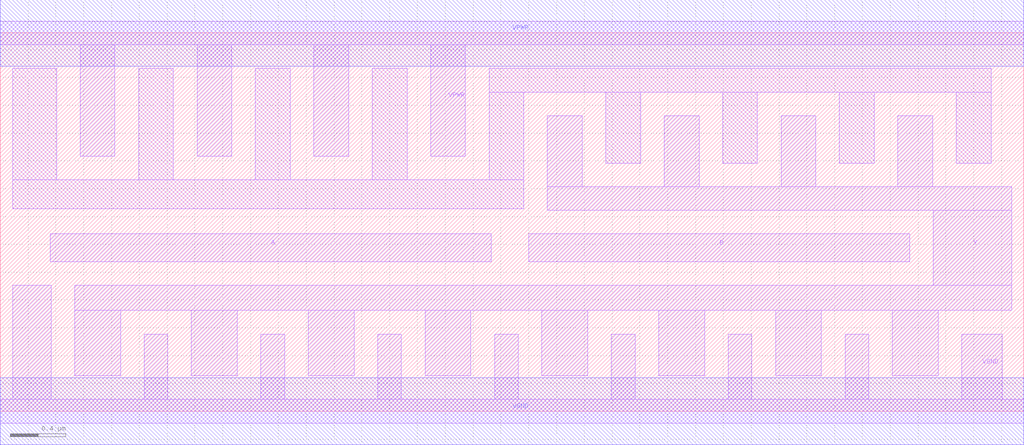
<source format=lef>
# Copyright 2020 The SkyWater PDK Authors
#
# Licensed under the Apache License, Version 2.0 (the "License");
# you may not use this file except in compliance with the License.
# You may obtain a copy of the License at
#
#     https://www.apache.org/licenses/LICENSE-2.0
#
# Unless required by applicable law or agreed to in writing, software
# distributed under the License is distributed on an "AS IS" BASIS,
# WITHOUT WARRANTIES OR CONDITIONS OF ANY KIND, either express or implied.
# See the License for the specific language governing permissions and
# limitations under the License.
#
# SPDX-License-Identifier: Apache-2.0

VERSION 5.5 ;
NAMESCASESENSITIVE ON ;
BUSBITCHARS "[]" ;
DIVIDERCHAR "/" ;
MACRO sky130_fd_sc_hd__nor2_8
  CLASS CORE ;
  SOURCE USER ;
  ORIGIN  0.000000  0.000000 ;
  SIZE  7.360000 BY  2.720000 ;
  SYMMETRY X Y R90 ;
  SITE unithd ;
  PIN A
    ANTENNAGATEAREA  1.980000 ;
    DIRECTION INPUT ;
    USE SIGNAL ;
    PORT
      LAYER li1 ;
        RECT 0.360000 1.075000 3.530000 1.275000 ;
    END
  END A
  PIN B
    ANTENNAGATEAREA  1.980000 ;
    DIRECTION INPUT ;
    USE SIGNAL ;
    PORT
      LAYER li1 ;
        RECT 3.800000 1.075000 6.540000 1.275000 ;
    END
  END B
  PIN Y
    ANTENNADIFFAREA  2.484000 ;
    DIRECTION OUTPUT ;
    USE SIGNAL ;
    PORT
      LAYER li1 ;
        RECT 0.535000 0.255000 0.865000 0.725000 ;
        RECT 0.535000 0.725000 7.275000 0.905000 ;
        RECT 1.375000 0.255000 1.705000 0.725000 ;
        RECT 2.215000 0.255000 2.545000 0.725000 ;
        RECT 3.055000 0.255000 3.385000 0.725000 ;
        RECT 3.895000 0.255000 4.225000 0.725000 ;
        RECT 3.935000 1.445000 7.275000 1.615000 ;
        RECT 3.935000 1.615000 4.185000 2.125000 ;
        RECT 4.735000 0.255000 5.065000 0.725000 ;
        RECT 4.775000 1.615000 5.025000 2.125000 ;
        RECT 5.575000 0.255000 5.905000 0.725000 ;
        RECT 5.615000 1.615000 5.865000 2.125000 ;
        RECT 6.415000 0.255000 6.745000 0.725000 ;
        RECT 6.455000 1.615000 6.705000 2.125000 ;
        RECT 6.710000 0.905000 7.275000 1.445000 ;
    END
  END Y
  PIN VGND
    DIRECTION INOUT ;
    SHAPE ABUTMENT ;
    USE GROUND ;
    PORT
      LAYER li1 ;
        RECT 0.000000 -0.085000 7.360000 0.085000 ;
        RECT 0.090000  0.085000 0.365000 0.905000 ;
        RECT 1.035000  0.085000 1.205000 0.555000 ;
        RECT 1.875000  0.085000 2.045000 0.555000 ;
        RECT 2.715000  0.085000 2.885000 0.555000 ;
        RECT 3.555000  0.085000 3.725000 0.555000 ;
        RECT 4.395000  0.085000 4.565000 0.555000 ;
        RECT 5.235000  0.085000 5.405000 0.555000 ;
        RECT 6.075000  0.085000 6.245000 0.555000 ;
        RECT 6.915000  0.085000 7.205000 0.555000 ;
    END
    PORT
      LAYER met1 ;
        RECT 0.000000 -0.240000 7.360000 0.240000 ;
    END
  END VGND
  PIN VPWR
    DIRECTION INOUT ;
    SHAPE ABUTMENT ;
    USE POWER ;
    PORT
      LAYER li1 ;
        RECT 0.000000 2.635000 7.360000 2.805000 ;
        RECT 0.575000 1.835000 0.825000 2.635000 ;
        RECT 1.415000 1.835000 1.665000 2.635000 ;
        RECT 2.255000 1.835000 2.505000 2.635000 ;
        RECT 3.095000 1.835000 3.345000 2.635000 ;
    END
    PORT
      LAYER met1 ;
        RECT 0.000000 2.480000 7.360000 2.960000 ;
    END
  END VPWR
  OBS
    LAYER li1 ;
      RECT 0.090000 1.455000 3.765000 1.665000 ;
      RECT 0.090000 1.665000 0.405000 2.465000 ;
      RECT 0.995000 1.665000 1.245000 2.465000 ;
      RECT 1.835000 1.665000 2.085000 2.465000 ;
      RECT 2.675000 1.665000 2.925000 2.465000 ;
      RECT 3.515000 1.665000 3.765000 2.295000 ;
      RECT 3.515000 2.295000 7.125000 2.465000 ;
      RECT 4.355000 1.785000 4.605000 2.295000 ;
      RECT 5.195000 1.785000 5.445000 2.295000 ;
      RECT 6.035000 1.785000 6.285000 2.295000 ;
      RECT 6.875000 1.785000 7.125000 2.295000 ;
  END
END sky130_fd_sc_hd__nor2_8
END LIBRARY

</source>
